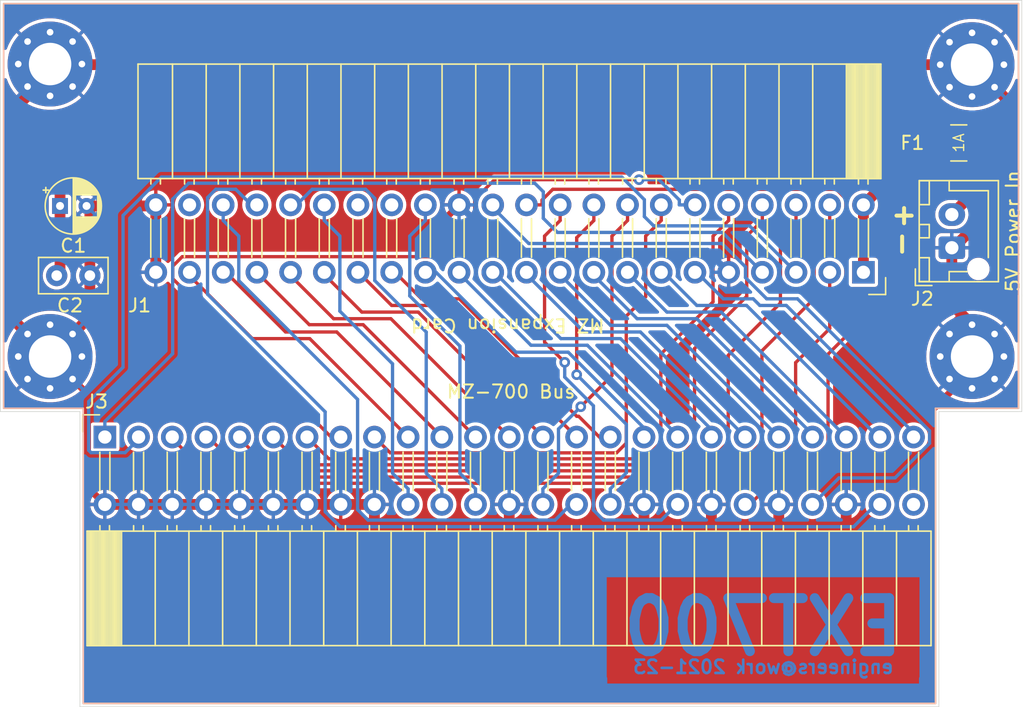
<source format=kicad_pcb>
(kicad_pcb (version 20221018) (generator pcbnew)
  (layers (0 "F.Cu" signal) (31 "B.Cu" signal) (34 "B.Paste" user) (35 "F.Paste" user) (36 "B.SilkS" user "B.Silkscreen") (37 "F.SilkS" user "F.Silkscreen") (38 "B.Mask" user) (39 "F.Mask" user) (44 "Edge.Cuts" user))
  (net 0 "")
  (net 1 "+5V")
  (net 2 "GNDPWR")
  (net 4 "/~{EXWAIT}")
  (net 5 "/~{INT}")
  (net 6 "/BUS0")
  (net 7 "/~{M1}")
  (net 8 "/~{WR}")
  (net 9 "/~{RD}")
  (net 10 "/~{IORQ}")
  (net 11 "/~{MREQ}")
  (net 12 "/~{HALT}")
  (net 15 "/RESET")
  (net 16 "/~{EXRESET}")
  (net 17 "/D3")
  (net 18 "/D4")
  (net 19 "/D5")
  (net 20 "/D6")
  (net 21 "/D7")
  (net 22 "/A0")
  (net 23 "/A1")
  (net 24 "/A2")
  (net 25 "/D2")
  (net 26 "/D1")
  (net 27 "/D0")
  (net 28 "/A15")
  (net 29 "/A14")
  (net 30 "/A13")
  (net 31 "/A12")
  (net 32 "/A11")
  (net 33 "/A10")
  (net 34 "/A9")
  (net 35 "/A8")
  (net 36 "/A7")
  (net 37 "/A6")
  (net 38 "/A5")
  (net 39 "/A4")
  (net 40 "/A3")
  (net 41 "Net-(J2-Pin_2)")
  (footprint "EXT700:EdgeCardConnector_2_54mm_44way" (layer "F.Cu") (at 158.5172 78.594 180)
    (fp_text reference "J1")
    (fp_text value "MZ Expansion Card")
  )
  (footprint "EXT700:EdgeCardConnector_2_54mm_50way" (layer "F.Cu") (at 162.4228 116.826)
    (fp_text reference "J3")
    (fp_text value "MZ-700 Bus")
  )
  (footprint "Capacitor_THT:CP_Radial_D4.0mm_P2.00mm" (layer "F.Cu") (at 128.5 86.5)
    (fp_text reference "C1")
    (fp_text value "4.7uF 50V" hide)
  )
  (footprint "Connector_JST:JST_XH_B2B-XH-AM_1x02_P2.50mm_Vertical" (layer "F.Cu") (at 195.725 89.65 90)
    (fp_text reference "J2")
    (fp_text value "5V Power In")
  )
  (footprint "MountingHole:MountingHole_3.2mm_M3_Pad_Via" (layer "F.Cu") (at 197.25 97.85)
    (fp_text reference "H2" hide)
    (fp_text value "MountingHole_Pad" hide)
  )
  (footprint "MountingHole:MountingHole_3.2mm_M3_Pad_Via" (layer "F.Cu") (at 127.75 75.8029)
    (fp_text reference "H3" hide)
    (fp_text value "MountingHole_Pad" hide)
  )
  (footprint "MountingHole:MountingHole_3.2mm_M3_Pad_Via" (layer "F.Cu") (at 197.25 75.85)
    (fp_text reference "H4" hide)
    (fp_text value "MountingHole_Pad" hide)
  )
  (footprint "Fuse:Fuse_1210_3225Metric_Pad1.42x2.65mm_HandSolder" (layer "F.Cu") (at 196.25 81.75)
    (fp_text reference "F1")
    (fp_text value "1A")
  )
  (footprint "MountingHole:MountingHole_3.2mm_M3_Pad_Via" (layer "F.Cu") (at 127.75 97.85)
    (fp_text reference "H1" hide)
    (fp_text value "MountingHole_Pad" hide)
  )
  (footprint "Capacitor_THT:C_Disc_D5.0mm_W2.5mm_P2.50mm" (layer "F.Cu") (at 128.25 91.75)
    (fp_text reference "C2")
    (fp_text value "100nF" hide)
  )
  (gr_line (start 124.25 71.25) (end 200.75 71.25) (stroke (width 0.12)) (layer "B.SilkS"))
  (gr_line (start 124.25 101.75) (end 124.25 71.25) (stroke (width 0.12)) (layer "B.SilkS"))
  (gr_line (start 130.25 101.75) (end 124.25 101.75) (stroke (width 0.12)) (layer "B.SilkS"))
  (gr_line (start 130.25 124) (end 130.25 101.75) (stroke (width 0.12)) (layer "B.SilkS"))
  (gr_line (start 200.75 71.25) (end 200.75 101.75) (stroke (width 0.12)) (layer "B.SilkS"))
  (gr_line (start 200.75 101.75) (end 194.5 101.75) (stroke (width 0.12)) (layer "B.SilkS"))
  (gr_line (start 194.5 101.75) (end 194.5 124) (stroke (width 0.12)) (layer "B.SilkS"))
  (gr_line (start 194.5 124) (end 130.25 124) (stroke (width 0.12)) (layer "B.SilkS"))
  (gr_line (start 194.5 101.75) (end 200.75 101.75) (stroke (width 0.12)) (layer "F.SilkS"))
  (gr_line (start 194.5 124) (end 194.5 101.75) (stroke (width 0.12)) (layer "F.SilkS"))
  (gr_line (start 130.25 101.75) (end 130.25 102) (stroke (width 0.12)) (layer "F.SilkS"))
  (gr_line (start 130.25 103.75) (end 130.25 124) (stroke (width 0.12)) (layer "F.SilkS"))
  (gr_line (start 200.75 71.25) (end 124.25 71.25) (stroke (width 0.12)) (layer "F.SilkS"))
  (gr_line (start 200.75 101.75) (end 200.75 93.25) (stroke (width 0.12)) (layer "F.SilkS"))
  (gr_line (start 124.25 71.25) (end 124.25 101.75) (stroke (width 0.12)) (layer "F.SilkS"))
  (gr_line (start 200.75 83.75) (end 200.75 71.25) (stroke (width 0.12)) (layer "F.SilkS"))
  (gr_line (start 124.25 101.75) (end 130.25 101.75) (stroke (width 0.12)) (layer "F.SilkS"))
  (gr_line (start 130.25 124) (end 194.5 124) (stroke (width 0.12)) (layer "F.SilkS"))
  (gr_line (start 201 93.25) (end 201 102) (stroke (width 0.05)) (layer "Edge.Cuts"))
  (gr_line (start 124 93.25) (end 124 71) (stroke (width 0.05)) (layer "Edge.Cuts"))
  (gr_line (start 124 71) (end 201 71) (stroke (width 0.05)) (layer "Edge.Cuts"))
  (gr_line (start 201 102) (end 194.75 102) (stroke (width 0.05)) (layer "Edge.Cuts"))
  (gr_line (start 124 102) (end 130 102) (stroke (width 0.05)) (layer "Edge.Cuts"))
  (gr_line (start 201 71) (end 201 93.25) (stroke (width 0.05)) (layer "Edge.Cuts"))
  (gr_line (start 130 102) (end 130 124.25) (stroke (width 0.05)) (layer "Edge.Cuts"))
  (gr_line (start 194.75 124.25) (end 130 124.25) (stroke (width 0.05)) (layer "Edge.Cuts"))
  (gr_line (start 194.75 102) (end 194.75 124.25) (stroke (width 0.05)) (layer "Edge.Cuts"))
  (gr_line (start 124 102) (end 124 93.25) (stroke (width 0.05)) (layer "Edge.Cuts"))
  (gr_text "engineers@work 2021-23" (at 181.5 121.25) (layer "B.Cu") (effects (font (size 1 1) (thickness 0.2)) (justify mirror)))
  (gr_text "EXT700" (at 181.5 118.25) (layer "B.Cu") (effects (font (size 4 3.8) (thickness 0.75)) (justify mirror)))
  (gr_text "-" (at 192.75 90.5 90) (layer "F.SilkS") (effects (font (size 1.5 1.5) (thickness 0.3) bold) (justify left bottom)))
  (gr_text "+" (at 191 88) (layer "F.SilkS") (effects (font (size 1.5 1.5) (thickness 0.3) bold) (justify left bottom)))
  (segment (start 128.5 91.5) (end 128.25 91.75) (width 0.8128) (layer "F.Cu") (net 1))
  (segment (start 131.25 81.75) (end 193.73 81.75) (width 0.8128) (layer "F.Cu") (net 1))
  (segment (start 128.5 86.5) (end 128.5 91.5) (width 0.8128) (layer "F.Cu") (net 1))
  (segment (start 189.06 86.42) (end 189.06 91.5) (width 0.8128) (layer "F.Cu") (net 1))
  (segment (start 193.73 81.75) (end 194.7625 81.75) (width 0.5) (layer "F.Cu") (net 1))
  (segment (start 193.73 81.75) (end 189.06 86.42) (width 0.8128) (layer "F.Cu") (net 1))
  (segment (start 128.5 86.5) (end 128.5 84.5) (width 0.8128) (layer "F.Cu") (net 1))
  (segment (start 128.5 84.5) (end 131.25 81.75) (width 0.8128) (layer "F.Cu") (net 1))
  (segment (start 195.45 75.85) (end 194.85 75.85) (width 0.8128) (layer "F.Cu") (net 2))
  (segment (start 127.75 100.25) (end 128.95 99.05) (width 0.5) (layer "F.Cu") (net 2))
  (segment (start 153.75 112.25) (end 161.5 112.25) (width 0.8128) (layer "F.Cu") (net 2))
  (segment (start 196.4875 94.6875) (end 195.725 93.925) (width 0.8128) (layer "F.Cu") (net 2))
  (segment (start 126.7559 73.4029) (end 126.053 74.1058) (width 0.5) (layer "F.Cu") (net 2))
  (segment (start 156.2743 88.7257) (end 158.58 86.42) (width 0.5) (layer "F.Cu") (net 2))
  (segment (start 144.58 109) (end 142.04 109) (width 0.8128) (layer "F.Cu") (net 2))
  (segment (start 129.4471 75.7) (end 129.4471 74.1058) (width 0.5) (layer "F.Cu") (net 2))
  (segment (start 134.42 109) (end 131.88 109) (width 0.8128) (layer "F.Cu") (net 2))
  (segment (start 163.25 112.25) (end 171 112.25) (width 0.8128) (layer "F.Cu") (net 2))
  (segment (start 125.35 97.85) (end 126.55 96.65) (width 0.5) (layer "F.Cu") (net 2))
  (segment (start 130.576 100.676) (end 129.4471 99.5471) (width 0.508) (layer "F.Cu") (net 2))
  (segment (start 135.72 91.5) (end 135.72 88.7257) (width 0.8128) (layer "F.Cu") (net 2))
  (segment (start 172.52 110.73) (end 172.52 110.77) (width 0.8128) (layer "F.Cu") (net 2))
  (segment (start 194.85 75.85) (end 130.1971 75.85) (width 0.8128) (layer "F.Cu") (net 2))
  (segment (start 127.797 75.85) (end 127.75 75.8029) (width 0.8128) (layer "F.Cu") (net 2))
  (segment (start 182.68 111.07) (end 182.68 111.18) (width 0.8128) (layer "F.Cu") (net 2))
  (segment (start 125 79.25) (end 126.8986 77.3514) (width 0.8128) (layer "F.Cu") (net 2))
  (segment (start 193.875 111.875) (end 194.25 111.5) (width 0.508) (layer "F.Cu") (net 2))
  (segment (start 196.4875 94.6875) (end 195.5529 95.6221) (width 0.5) (layer "F.Cu") (net 2))
  (segment (start 188.52 112.25) (end 187.76 111.49) (width 0.8128) (layer "F.Cu") (net 2))
  (segment (start 197.9072 99.5471) (end 197.25 98.8899) (width 0.5) (layer "F.Cu") (net 2))
  (segment (start 139.5 109) (end 136.96 109) (width 0.8128) (layer "F.Cu") (net 2))
  (segment (start 196.0729 100.0671) (end 196.57 99.57) (width 0.8128) (layer "F.Cu") (net 2))
  (segment (start 197.25 78.25) (end 198.45 77.05) (width 0.5) (layer "F.Cu") (net 2))
  (segment (start 125 95.1) (end 125 79.25) (width 0.8128) (layer "F.Cu") (net 2))
  (segment (start 176 112.25) (end 177.6 110.65) (width 0.8128) (layer "F.Cu") (net 2))
  (segment (start 162.36 111.39) (end 162.36 109) (width 0.8128) (layer "F.Cu") (net 2))
  (segment (start 126.053 74.1058) (end 126.0529 74.1058) (width 0.5) (layer "F.Cu") (net 2))
  (segment (start 130.1971 75.85) (end 129.5971 75.85) (width 0.8128) (layer "F.Cu") (net 2))
  (segment (start 181.5 112.25) (end 182.68 111.07) (width 0.8128) (layer "F.Cu") (net 2))
  (segment (start 127.75 97.85) (end 126.55 96.65) (width 0.8128) (layer "F.Cu") (net 2))
  (segment (start 128.9971 75.85) (end 129.4471 76.3) (width 0.5) (layer "F.Cu") (net 2))
  (segment (start 135.72 88.7257) (end 156.2743 88.7257) (width 0.5) (layer "F.Cu") (net 2))
  (segment (start 129.4471 99.5471) (end 128.95 99.05) (width 0.508) (layer "F.Cu") (net 2))
  (segment (start 194.25 101.89) (end 197.25 98.89) (width 0.508) (layer "F.Cu") (net 2))
  (segment (start 172.52 110.73) (end 172.52 109) (width 0.8128) (layer "F.Cu") (net 2))
  (segment (start 197.25 98.8899) (end 197.25 97.85) (width 0.8128) (layer "F.Cu") (net 2))
  (segment (start 130.75 91.75) (end 130.75 86.75) (width 0.8128) (layer "F.Cu") (net 2))
  (segment (start 182.68 111.18) (end 183.75 112.25) (width 0.8128) (layer "F.Cu") (net 2))
  (segment (start 195.45 75.85) (end 195.5529 75.9529) (width 0.5) (layer "F.Cu") (net 2))
  (segment (start 129.5971 75.85) (end 128.9971 75.85) (width 0.8128) (layer "F.Cu") (net 2))
  (segment (start 142.04 109) (end 139.5 109) (width 0.8128) (layer "F.Cu") (net 2))
  (segment (start 195.5529 75.9529) (end 195.5529 77.5471) (width 0.5) (layer "F.Cu") (net 2))
  (segment (start 197.25 100.25) (end 196.57 99.57) (width 0.5) (layer "F.Cu") (net 2))
  (segment (start 152.2 109) (end 152.2 110.7) (width 0.8128) (layer "F.Cu") (net 2))
  (segment (start 162.39 111.39) (end 163.25 112.25) (width 0.8128) (layer "F.Cu") (net 2))
  (segment (start 199.75 85.75) (end 199.75 78.35) (width 0.8128) (layer "F.Cu") (net 2))
  (segment (start 152.2 109) (end 149.66 109) (width 0.8128) (layer "F.Cu") (net 2))
  (segment (start 196.05 75.85) (end 195.45 75.85) (width 0.8128) (layer "F.Cu") (net 2))
  (segment (start 199.75 78.35) (end 198.9471 77.5471) (width 0.8128) (layer "F.Cu") (net 2))
  (segment (start 162.36 111.39) (end 162.39 111.39) (width 0.8128) (layer "F.Cu") (net 2))
  (segment (start 135.64 86.5) (end 135.72 86.42) (width 0.8128) (layer "F.Cu") (net 2))
  (segment (start 126.8986 77.3515) (end 126.8986 77.3514) (width 0.5) (layer "F.Cu") (net 2))
  (segment (start 128.9971 75.85) (end 127.797 75.85) (width 0.8128) (layer "F.Cu") (net 2))
  (segment (start 126.9015 76.6514) (end 126.053 75.8029) (width 0.5) (layer "F.Cu") (net 2))
  (segment (start 129.5971 75.85) (end 129.4471 75.7) (width 0.5) (layer "F.Cu") (net 2))
  (segment (start 195.5529 99.5471) (end 196.0729 100.0671) (width 0.5) (layer "F.Cu") (net 2))
  (segment (start 130.75 94.85) (end 129.4471 96.1529) (width 0.8128) (layer "F.Cu") (net 2))
  (segment (start 130.75 91.75) (end 130.75 94.85) (width 0.8128) (layer "F.Cu") (net 2))
  (segment (start 198.45 77.05) (end 197.25 75.85) (width 0.8128) (layer "F.Cu") (net 2))
  (segment (start 147.12 109) (end 144.58 109) (width 0.8128) (layer "F.Cu") (net 2))
  (segment (start 196.05 75.85) (end 195.5529 75.3529) (width 0.5) (layer "F.Cu") (net 2))
  (segment (start 127.75 95.45) (end 126.55 96.65) (width 0.5) (layer "F.Cu") (net 2))
  (segment (start 197.25 98.89) (end 197.25 97.85) (width 0.508) (layer "F.Cu") (net 2))
  (segment (start 171 112.25) (end 172.52 110.73) (width 0.8128) (layer "F.Cu") (net 2))
  (segment (start 197.25 75.85) (end 196.05 75.85) (width 0.8128) (layer "F.Cu") (net 2))
  (segment (start 172.52 110.77) (end 174 112.25) (width 0.8128) (layer "F.Cu") (net 2))
  (segment (start 187 112.25) (end 187.76 111.49) (width 0.8128) (layer "F.Cu") (net 2))
  (segment (start 161.5 112.25) (end 162.36 111.39) (width 0.8128) (layer "F.Cu") (net 2))
  (segment (start 196.2558 73.45) (end 195.5529 74.1529) (width 0.5) (layer "F.Cu") (net 2))
  (segment (start 195.5529 95.6221) (end 195.5529 96.1529) (width 0.5) (layer "F.Cu") (net 2))
  (segment (start 193.5 112.25) (end 188.52 112.25) (width 0.8128) (layer "F.Cu") (net 2))
  (segment (start 127.75 78.2029) (end 126.8986 77.3515) (width 0.5) (layer "F.Cu") (net 2))
  (segment (start 131.88 109) (end 130.576 107.696) (width 0.508) (layer "F.Cu") (net 2))
  (segment (start 183.75 112.25) (end 187 112.25) (width 0.8128) (layer "F.Cu") (net 2))
  (segment (start 126.9015 76.6514) (end 127.75 75.8029) (width 0.8128) (layer "F.Cu") (net 2))
  (segment (start 177.6 110.65) (end 177.6 109) (width 0.8128) (layer "F.Cu") (net 2))
  (segment (start 126.55 96.65) (end 126.0529 96.1529) (width 0.8128) (layer "F.Cu") (net 2))
  (segment (start 126.053 75.8029) (end 125.35 75.8029) (width 0.5) (layer "F.Cu") (net 2))
  (segment (start 127.75 76.5) (end 127.75 75.8029) (width 0.8128) (layer "F.Cu") (net 2))
  (segment (start 197.25 95.45) (end 196.4875 94.6875) (width 0.8128) (layer "F.Cu") (net 2))
  (segment (start 195.725 93.925) (end 195.725 89.65) (width 0.8128) (layer "F.Cu") (net 2))
  (segment (start 198.9471 99.5471) (end 197.9072 99.5471) (width 0.5) (layer "F.Cu") (net 2))
  (segment (start 174 112.25) (end 176 112.25) (width 0.8128) (layer "F.Cu") (net 2))
  (segment (start 194.25 111.5) (end 194.25 101.89) (width 0.508) (layer "F.Cu") (net 2))
  (segment (start 187.76 111.49) (end 187.76 109) (width 0.8128) (layer "F.Cu") (net 2))
  (segment (start 195.85 89.65) (end 199.75 85.75) (width 0.8128) (layer "F.Cu") (net 2))
  (segment (start 196.57 99.57) (end 197.25 98.8899) (width 0.8128) (layer "F.Cu") (net 2))
  (segment (start 136.96 109) (end 134.42 109) (width 0.8128) (layer "F.Cu") (net 2))
  (segment (start 195.725 89.65) (end 195.85 89.65) (width 0.8128) (layer "F.Cu") (net 2))
  (segment (start 135.72 88.7257) (end 135.72 86.42) (width 0.8128) (layer "F.Cu") (net 2))
  (segment (start 198.9471 77.5471) (end 198.45 77.05) (width 0.8128) (layer "F.Cu") (net 2))
  (segment (start 130.5 86.5) (end 135.64 86.5) (width 0.8128) (layer "F.Cu") (net 2))
  (segment (start 130.576 107.696) (end 130.576 100.676) (width 0.508) (layer "F.Cu") (net 2))
  (segment (start 130.75 86.75) (end 130.5 86.5) (width 0.8128) (layer "F.Cu") (net 2))
  (segment (start 126.8986 77.3514) (end 127.75 76.5) (width 0.8128) (layer "F.Cu") (net 2))
  (segment (start 126.053 74.1058) (end 126.053 75.8029) (width 0.5) (layer "F.Cu") (net 2))
  (segment (start 182.68 111.07) (end 182.68 109) (width 0.8128) (layer "F.Cu") (net 2))
  (segment (start 127.75 73.4029) (end 126.7559 73.4029) (width 0.5) (layer "F.Cu") (net 2))
  (segment (start 149.66 109) (end 147.12 109) (width 0.8128) (layer "F.Cu") (net 2))
  (segment (start 193.875 111.875) (end 193.5 112.25) (width 0.8128) (layer "F.Cu") (net 2))
  (segment (start 179.2 112.25) (end 181.5 112.25) (width 0.8128) (layer "F.Cu") (net 2))
  (segment (start 177.6 110.65) (end 179.2 112.25) (width 0.8128) (layer "F.Cu") (net 2))
  (segment (start 197.25 73.45) (end 196.2558 73.45) (width 0.5) (layer "F.Cu") (net 2))
  (segment (start 129.4471 96.1529) (end 127.75 97.85) (width 0.8128) (layer "F.Cu") (net 2))
  (segment (start 152.2 110.7) (end 153.75 112.25) (width 0.8128) (layer "F.Cu") (net 2))
  (segment (start 130.1971 75.85) (end 130.15 75.8029) (width 0.5) (layer "F.Cu") (net 2))
  (segment (start 128.95 99.05) (end 127.75 97.85) (width 0.508) (layer "F.Cu") (net 2))
  (segment (start 126.0529 96.1529) (end 125 95.1) (width 0.8128) (layer "F.Cu") (net 2))
  (segment (start 129.4471 76.3) (end 129.4471 77.5) (width 0.5) (layer "F.Cu") (net 2))
  (segment (start 195.5529 75.3529) (end 195.5529 74.1529) (width 0.5) (layer "F.Cu") (net 2))
  (segment (start 158.58 86.42) (end 162.0659 89.9059) (width 0.5) (layer "B.Cu") (net 2))
  (segment (start 194.85 96.8558) (end 194.85 97.85) (width 0.5) (layer "B.Cu") (net 2))
  (segment (start 199.65 97.85) (end 198.9471 97.1471) (width 0.5) (layer "B.Cu") (net 2))
  (segment (start 198.9471 75.1471) (end 198.9471 74.1529) (width 0.5) (layer "B.Cu") (net 2))
  (segment (start 198.9471 77.5471) (end 199.65 76.8442) (width 0.5) (layer "B.Cu") (net 2))
  (segment (start 125.35 97.85) (end 126.0529 98.5529) (width 0.5) (layer "B.Cu") (net 2))
  (segment (start 162.0659 89.9059) (end 177.3059 89.9059) (width 0.5) (layer "B.Cu") (net 2))
  (segment (start 199.65 98.8442) (end 199.65 97.85) (width 0.5) (layer "B.Cu") (net 2))
  (segment (start 199.65 75.85) (end 198.9471 75.1471) (width 0.5) (layer "B.Cu") (net 2))
  (segment (start 198.9471 97.1471) (end 198.9471 96.1529) (width 0.5) (layer "B.Cu") (net 2))
  (segment (start 130.15 97.85) (end 129.4471 97.1471) (width 0.5) (layer "B.Cu") (net 2))
  (segment (start 199.65 76.8442) (end 199.65 75.85) (width 0.5) (layer "B.Cu") (net 2))
  (segment (start 195.5529 96.1529) (end 194.85 96.8558) (width 0.5) (layer "B.Cu") (net 2))
  (segment (start 126.0529 98.5529) (end 126.0529 99.5471) (width 0.5) (layer "B.Cu") (net 2))
  (segment (start 129.4471 97.1471) (end 129.4471 96.1529) (width 0.5) (layer "B.Cu") (net 2))
  (segment (start 177.3059 89.9059) (end 178.9 91.5) (width 0.5) (layer "B.Cu") (net 2))
  (segment (start 198.9471 99.5471) (end 199.65 98.8442) (width 0.5) (layer "B.Cu") (net 2))
  (segment (start 167 109) (end 165.8192 110.1808) (width 0.25) (layer "B.Cu") (net 4))
  (segment (start 150.93 109.3924) (end 150.93 101.0833) (width 0.25) (layer "B.Cu") (net 4))
  (segment (start 141.9753 92.1286) (end 141.9753 88.7706) (width 0.25) (layer "B.Cu") (net 4))
  (segment (start 151.7184 110.1808) (end 150.93 109.3924) (width 0.25) (layer "B.Cu") (net 4))
  (segment (start 167.44 109) (end 167 109) (width 0.25) (layer "B.Cu") (net 4))
  (segment (start 140.8 87.5953) (end 140.8 86.42) (width 0.25) (layer "B.Cu") (net 4))
  (segment (start 165.8192 110.1808) (end 151.7184 110.1808) (width 0.25) (layer "B.Cu") (net 4))
  (segment (start 141.9753 88.7706) (end 140.8 87.5953) (width 0.25) (layer "B.Cu") (net 4))
  (segment (start 150.93 101.0833) (end 141.9753 92.1286) (width 0.25) (layer "B.Cu") (net 4))
  (segment (start 148.4846 102.0194) (end 139.6195 93.1543) (width 0.25) (layer "B.Cu") (net 5))
  (segment (start 148.4846 109.5463) (end 148.4846 102.0194) (width 0.25) (layer "B.Cu") (net 5))
  (segment (start 190 109) (end 188.3213 110.6787) (width 0.25) (layer "B.Cu") (net 5))
  (segment (start 142.92 86.42) (end 143.34 86.42) (width 0.25) (layer "B.Cu") (net 5))
  (segment (start 139.6195 93.1543) (end 139.6195 85.8712) (width 0.25) (layer "B.Cu") (net 5))
  (segment (start 190.3 109) (end 190 109) (width 0.25) (layer "B.Cu") (net 5))
  (segment (start 188.3213 110.6787) (end 149.617 110.6787) (width 0.25) (layer "B.Cu") (net 5))
  (segment (start 149.617 110.6787) (end 148.4846 109.5463) (width 0.25) (layer "B.Cu") (net 5))
  (segment (start 140.246 85.2447) (end 141.7447 85.2447) (width 0.25) (layer "B.Cu") (net 5))
  (segment (start 141.7447 85.2447) (end 142.92 86.42) (width 0.25) (layer "B.Cu") (net 5))
  (segment (start 139.6195 85.8712) (end 140.246 85.2447) (width 0.25) (layer "B.Cu") (net 5))
  (segment (start 170.4521 105.111) (end 171.184 104.3791) (width 0.25) (layer "F.Cu") (net 6))
  (segment (start 171.184 94.8014) (end 172.6447 93.3407) (width 0.25) (layer "F.Cu") (net 6))
  (segment (start 172.6447 93.3407) (end 172.6447 88.7706) (width 0.25) (layer "F.Cu") (net 6))
  (segment (start 173.82 86.42) (end 173.82 87.5953) (width 0.25) (layer "F.Cu") (net 6))
  (segment (start 152.2 103.92) (end 153.391 105.111) (width 0.25) (layer "F.Cu") (net 6))
  (segment (start 153.391 105.111) (end 170.4521 105.111) (width 0.25) (layer "F.Cu") (net 6))
  (segment (start 172.6447 88.7706) (end 173.82 87.5953) (width 0.25) (layer "F.Cu") (net 6))
  (segment (start 171.184 104.3791) (end 171.184 94.8014) (width 0.25) (layer "F.Cu") (net 6))
  (segment (start 170.1047 99.2814) (end 170.1047 88.7706) (width 0.25) (layer "F.Cu") (net 7))
  (segment (start 171.28 86.42) (end 171.28 87.5953) (width 0.25) (layer "F.Cu") (net 7))
  (segment (start 170.1047 88.7706) (end 171.28 87.5953) (width 0.25) (layer "F.Cu") (net 7))
  (segment (start 167.7526 101.6335) (end 170.1047 99.2814) (width 0.25) (layer "F.Cu") (net 7))
  (via (at 167.7526 101.6335) (size 0.8) (drill 0.4) (layers "F.Cu" "B.Cu") (net 7))
  (segment (start 166.0753 103.3108) (end 167.7526 101.6335) (width 0.25) (layer "B.Cu") (net 7))
  (segment (start 166.0753 106.6494) (end 166.0753 103.3108) (width 0.25) (layer "B.Cu") (net 7))
  (segment (start 164.9 109) (end 164.9 107.8247) (width 0.25) (layer "B.Cu") (net 7))
  (segment (start 164.9 107.8247) (end 166.0753 106.6494) (width 0.25) (layer "B.Cu") (net 7))
  (segment (start 168.74 87.5953) (end 167.4474 88.8879) (width 0.25) (layer "F.Cu") (net 8))
  (segment (start 167.4474 88.8879) (end 167.4474 99.2177) (width 0.25) (layer "F.Cu") (net 8))
  (segment (start 168.74 86.42) (end 168.74 87.5953) (width 0.25) (layer "F.Cu") (net 8))
  (via (at 167.4474 99.2177) (size 0.8) (drill 0.4) (layers "F.Cu" "B.Cu") (net 8))
  (segment (start 171.1937 102.964) (end 167.4474 99.2177) (width 0.25) (layer "B.Cu") (net 8))
  (segment (start 169.98 107.8247) (end 171.1937 106.611) (width 0.25) (layer "B.Cu") (net 8))
  (segment (start 169.98 109) (end 169.98 107.8247) (width 0.25) (layer "B.Cu") (net 8))
  (segment (start 171.1937 106.611) (end 171.1937 102.964) (width 0.25) (layer "B.Cu") (net 8))
  (segment (start 165.0247 88.7706) (end 166.2 87.5953) (width 0.25) (layer "F.Cu") (net 9))
  (segment (start 166.5441 98.2865) (end 165.0247 96.7671) (width 0.25) (layer "F.Cu") (net 9))
  (segment (start 166.2 86.42) (end 166.2 87.5953) (width 0.25) (layer "F.Cu") (net 9))
  (segment (start 165.0247 96.7671) (end 165.0247 88.7706) (width 0.25) (layer "F.Cu") (net 9))
  (via (at 166.5441 98.2865) (size 0.8) (drill 0.4) (layers "F.Cu" "B.Cu") (net 9))
  (segment (start 173.8218 110.1782) (end 169.4614 110.1782) (width 0.25) (layer "B.Cu") (net 9))
  (segment (start 166.5441 99.3992) (end 166.5441 98.2865) (width 0.25) (layer "B.Cu") (net 9))
  (segment (start 168.71 109.4268) (end 168.71 101.5651) (width 0.25) (layer "B.Cu") (net 9))
  (segment (start 175.06 109) (end 175 109) (width 0.25) (layer "B.Cu") (net 9))
  (segment (start 168.71 101.5651) (end 166.5441 99.3992) (width 0.25) (layer "B.Cu") (net 9))
  (segment (start 175 109) (end 173.8218 110.1782) (width 0.25) (layer "B.Cu") (net 9))
  (segment (start 169.4614 110.1782) (end 168.71 109.4268) (width 0.25) (layer "B.Cu") (net 9))
  (segment (start 180.14 109) (end 180.5 109) (width 0.25) (layer "F.Cu") (net 10))
  (segment (start 164.8353 86.42) (end 163.66 86.42) (width 0.25) (layer "F.Cu") (net 10))
  (segment (start 187.0146 85.2447) (end 165.6432 85.2447) (width 0.25) (layer "F.Cu") (net 10))
  (segment (start 186.3954 97.6692) (end 187.736 96.3286) (width 0.25) (layer "F.Cu") (net 10))
  (segment (start 164.8353 86.0526) (end 164.8353 86.42) (width 0.25) (layer "F.Cu") (net 10))
  (segment (start 183.5984 107.25) (end 186.3954 104.453) (width 0.25) (layer "F.Cu") (net 10))
  (segment (start 187.736 85.9661) (end 187.0146 85.2447) (width 0.25) (layer "F.Cu") (net 10))
  (segment (start 186.3954 104.453) (end 186.3954 97.6692) (width 0.25) (layer "F.Cu") (net 10))
  (segment (start 187.736 96.3286) (end 187.736 85.9661) (width 0.25) (layer "F.Cu") (net 10))
  (segment (start 180.5 109) (end 182.25 107.25) (width 0.25) (layer "F.Cu") (net 10))
  (segment (start 165.6432 85.2447) (end 164.8353 86.0526) (width 0.25) (layer "F.Cu") (net 10))
  (segment (start 182.25 107.25) (end 183.5984 107.25) (width 0.25) (layer "F.Cu") (net 10))
  (segment (start 163.8306 89.3306) (end 178.4088 89.3306) (width 0.25) (layer "B.Cu") (net 11))
  (segment (start 194.0462 103.4531) (end 194.0462 104.3982) (width 0.25) (layer "B.Cu") (net 11))
  (segment (start 187.22 107) (end 185.22 109) (width 0.25) (layer "B.Cu") (net 11))
  (segment (start 184.0931 93.5) (end 194.0462 103.4531) (width 0.25) (layer "B.Cu") (net 11))
  (segment (start 161.12 86.42) (end 161.12 86.62) (width 0.25) (layer "B.Cu") (net 11))
  (segment (start 181.7692 93.5) (end 184.0931 93.5) (width 0.25) (layer "B.Cu") (net 11))
  (segment (start 161.12 86.62) (end 163.8306 89.3306) (width 0.25) (layer "B.Cu") (net 11))
  (segment (start 191.4444 107) (end 187.22 107) (width 0.25) (layer "B.Cu") (net 11))
  (segment (start 180.17 91.9008) (end 181.7692 93.5) (width 0.25) (layer "B.Cu") (net 11))
  (segment (start 180.17 91.0918) (end 180.17 91.9008) (width 0.25) (layer "B.Cu") (net 11))
  (segment (start 194.0462 104.3982) (end 191.4444 107) (width 0.25) (layer "B.Cu") (net 11))
  (segment (start 178.4088 89.3306) (end 180.17 91.0918) (width 0.25) (layer "B.Cu") (net 11))
  (segment (start 156.04 86.42) (end 156.04 87.5953) (width 0.25) (layer "B.Cu") (net 12))
  (segment (start 159.82 109) (end 159.82 107.8247) (width 0.25) (layer "B.Cu") (net 12))
  (segment (start 158.6447 106.6494) (end 158.6447 97.0628) (width 0.25) (layer "B.Cu") (net 12))
  (segment (start 154.8647 93.2828) (end 154.8647 88.7706) (width 0.25) (layer "B.Cu") (net 12))
  (segment (start 154.8647 88.7706) (end 156.04 87.5953) (width 0.25) (layer "B.Cu") (net 12))
  (segment (start 158.6447 97.0628) (end 154.8647 93.2828) (width 0.25) (layer "B.Cu") (net 12))
  (segment (start 159.82 107.8247) (end 158.6447 106.6494) (width 0.25) (layer "B.Cu") (net 12))
  (segment (start 153.5647 106.6494) (end 154.74 107.8247) (width 0.25) (layer "B.Cu") (net 15))
  (segment (start 153.5647 98.3999) (end 153.5647 106.6494) (width 0.25) (layer "B.Cu") (net 15))
  (segment (start 149.5953 94.4305) (end 153.5647 98.3999) (width 0.25) (layer "B.Cu") (net 15))
  (segment (start 148.42 87.5953) (end 149.5953 88.7706) (width 0.25) (layer "B.Cu") (net 15))
  (segment (start 148.42 86.42) (end 148.42 87.5953) (width 0.25) (layer "B.Cu") (net 15))
  (segment (start 149.5953 88.7706) (end 149.5953 94.4305) (width 0.25) (layer "B.Cu") (net 15))
  (segment (start 154.74 109) (end 154.74 107.8247) (width 0.25) (layer "B.Cu") (net 15))
  (segment (start 156.1047 106.6494) (end 156.1047 96.0049) (width 0.25) (layer "B.Cu") (net 16))
  (segment (start 146.33 86.42) (end 145.88 86.42) (width 0.25) (layer "B.Cu") (net 16))
  (segment (start 152.2258 92.126) (end 152.2258 85.9328) (width 0.25) (layer "B.Cu") (net 16))
  (segment (start 152.2258 85.9328) (end 151.5377 85.2447) (width 0.25) (layer "B.Cu") (net 16))
  (segment (start 157.28 107.8247) (end 156.1047 106.6494) (width 0.25) (layer "B.Cu") (net 16))
  (segment (start 147.5053 85.2447) (end 146.33 86.42) (width 0.25) (layer "B.Cu") (net 16))
  (segment (start 151.5377 85.2447) (end 147.5053 85.2447) (width 0.25) (layer "B.Cu") (net 16))
  (segment (start 156.1047 96.0049) (end 152.2258 92.126) (width 0.25) (layer "B.Cu") (net 16))
  (segment (start 157.28 109) (end 157.28 107.8247) (width 0.25) (layer "B.Cu") (net 16))
  (segment (start 178.7913 106.9352) (end 181.41 104.3165) (width 0.25) (layer "F.Cu") (net 17))
  (segment (start 185.3447 93.4858) (end 185.3447 88.7706) (width 0.25) (layer "F.Cu") (net 17))
  (segment (start 181.41 104.3165) (end 181.41 97.4205) (width 0.25) (layer "F.Cu") (net 17))
  (segment (start 185.3447 88.7706) (end 186.52 87.5953) (width 0.25) (layer "F.Cu") (net 17))
  (segment (start 186.52 87.5953) (end 186.52 86.42) (width 0.25) (layer "F.Cu") (net 17))
  (segment (start 142.6852 106.9352) (end 178.7913 106.9352) (width 0.25) (layer "F.Cu") (net 17))
  (segment (start 181.41 97.4205) (end 185.3447 93.4858) (width 0.25) (layer "F.Cu") (net 17))
  (segment (start 139.5 103.92) (end 139.67 103.92) (width 0.25) (layer "F.Cu") (net 17))
  (segment (start 139.67 103.92) (end 142.6852 106.9352) (width 0.25) (layer "F.Cu") (net 17))
  (segment (start 178.87 104.3172) (end 178.87 97.7532) (width 0.25) (layer "F.Cu") (net 18))
  (segment (start 176.7229 106.4643) (end 178.87 104.3172) (width 0.25) (layer "F.Cu") (net 18))
  (segment (start 144.4643 106.4643) (end 176.7229 106.4643) (width 0.25) (layer "F.Cu") (net 18))
  (segment (start 178.87 97.7532) (end 182.8047 93.8185) (width 0.25) (layer "F.Cu") (net 18))
  (segment (start 142.04 103.92) (end 142.04 104.04) (width 0.25) (layer "F.Cu") (net 18))
  (segment (start 142.04 104.04) (end 144.4643 106.4643) (width 0.25) (layer "F.Cu") (net 18))
  (segment (start 183.98 87.5953) (end 183.98 86.42) (width 0.25) (layer "F.Cu") (net 18))
  (segment (start 182.8047 88.7706) (end 183.98 87.5953) (width 0.25) (layer "F.Cu") (net 18))
  (segment (start 182.8047 93.8185) (end 182.8047 88.7706) (width 0.25) (layer "F.Cu") (net 18))
  (segment (start 146.6719 106.0119) (end 174.6378 106.0119) (width 0.25) (layer "F.Cu") (net 19))
  (segment (start 180.2647 88.7706) (end 181.44 87.5953) (width 0.25) (layer "F.Cu") (net 19))
  (segment (start 176.33 104.3197) (end 176.33 97.2452) (width 0.25) (layer "F.Cu") (net 19))
  (segment (start 174.6378 106.0119) (end 176.33 104.3197) (width 0.25) (layer "F.Cu") (net 19))
  (segment (start 181.44 87.5953) (end 181.44 86.42) (width 0.25) (layer "F.Cu") (net 19))
  (segment (start 144.58 103.92) (end 146.6719 106.0119) (width 0.25) (layer "F.Cu") (net 19))
  (segment (start 176.33 97.2452) (end 180.2647 93.3105) (width 0.25) (layer "F.Cu") (net 19))
  (segment (start 180.2647 93.3105) (end 180.2647 88.7706) (width 0.25) (layer "F.Cu") (net 19))
  (segment (start 178.9 87.5953) (end 178.9 86.42) (width 0.25) (layer "F.Cu") (net 20))
  (segment (start 147.12 103.92) (end 148.7615 105.5615) (width 0.25) (layer "F.Cu") (net 20))
  (segment (start 173.79 97.6656) (end 177.7247 93.7309) (width 0.25) (layer "F.Cu") (net 20))
  (segment (start 148.7615 105.5615) (end 172.5471 105.5615) (width 0.25) (layer "F.Cu") (net 20))
  (segment (start 177.7247 93.7309) (end 177.7247 88.7706) (width 0.25) (layer "F.Cu") (net 20))
  (segment (start 172.5471 105.5615) (end 173.79 104.3186) (width 0.25) (layer "F.Cu") (net 20))
  (segment (start 177.7247 88.7706) (end 178.9 87.5953) (width 0.25) (layer "F.Cu") (net 20))
  (segment (start 173.79 104.3186) (end 173.79 97.6656) (width 0.25) (layer "F.Cu") (net 20))
  (segment (start 148.935 103.92) (end 137 91.985) (width 0.25) (layer "F.Cu") (net 21))
  (segment (start 137 91.985) (end 137 91.0366) (width 0.25) (layer "F.Cu") (net 21))
  (segment (start 137 91.0366) (end 137.712 90.3246) (width 0.25) (layer "F.Cu") (net 21))
  (segment (start 159.7554 86.9163) (end 159.7554 86.0134) (width 0.25) (layer "F.Cu") (net 21))
  (segment (start 161.2496 84.5192) (end 172.15 84.5192) (width 0.25) (layer "F.Cu") (net 21))
  (segment (start 149.66 103.92) (end 148.935 103.92) (width 0.25) (layer "F.Cu") (net 21))
  (segment (start 156.3471 90.3246) (end 159.7554 86.9163) (width 0.25) (layer "F.Cu") (net 21))
  (segment (start 137.712 90.3246) (end 156.3471 90.3246) (width 0.25) (layer "F.Cu") (net 21))
  (segment (start 159.7554 86.0134) (end 161.2496 84.5192) (width 0.25) (layer "F.Cu") (net 21))
  (via (at 172.15 84.5192) (size 0.8) (drill 0.4) (layers "F.Cu" "B.Cu") (net 21))
  (segment (start 176.36 86.42) (end 175.1847 86.42) (width 0.25) (layer "B.Cu") (net 21))
  (segment (start 173.6513 84.5192) (end 172.15 84.5192) (width 0.25) (layer "B.Cu") (net 21))
  (segment (start 175.1847 86.0526) (end 173.6513 84.5192) (width 0.25) (layer "B.Cu") (net 21))
  (segment (start 175.1847 86.42) (end 175.1847 86.0526) (width 0.25) (layer "B.Cu") (net 21))
  (segment (start 154.74 103.92) (end 147.32 96.5) (width 0.25) (layer "F.Cu") (net 22))
  (segment (start 143 96.5) (end 138.26 91.76) (width 0.25) (layer "F.Cu") (net 22))
  (segment (start 147.32 96.5) (end 143 96.5) (width 0.25) (layer "F.Cu") (net 22))
  (segment (start 138.26 91.76) (end 138.26 91.5) (width 0.25) (layer "F.Cu") (net 22))
  (segment (start 145.5 96) (end 141 91.5) (width 0.25) (layer "F.Cu") (net 23))
  (segment (start 149.36 96) (end 145.5 96) (width 0.25) (layer "F.Cu") (net 23))
  (segment (start 157.28 103.92) (end 149.36 96) (width 0.25) (layer "F.Cu") (net 23))
  (segment (start 141 91.5) (end 140.8 91.5) (width 0.25) (layer "F.Cu") (net 23))
  (segment (start 151.35 95.45) (end 147.29 95.45) (width 0.25) (layer "F.Cu") (net 24))
  (segment (start 159.82 103.92) (end 151.35 95.45) (width 0.25) (layer "F.Cu") (net 24))
  (segment (start 147.29 95.45) (end 143.34 91.5) (width 0.25) (layer "F.Cu") (net 24))
  (segment (start 180.879 107.4051) (end 183.95 104.3341) (width 0.25) (layer "F.Cu") (net 25))
  (segment (start 186.52 95.7411) (end 186.52 91.5) (width 0.25) (layer "F.Cu") (net 25))
  (segment (start 140.3291 107.4051) (end 180.879 107.4051) (width 0.25) (layer "F.Cu") (net 25))
  (segment (start 183.95 98.3111) (end 186.52 95.7411) (width 0.25) (layer "F.Cu") (net 25))
  (segment (start 183.95 104.3341) (end 183.95 98.3111) (width 0.25) (layer "F.Cu") (net 25))
  (segment (start 136.96 103.92) (end 136.96 104.036) (width 0.25) (layer "F.Cu") (net 25))
  (segment (start 136.96 104.036) (end 140.3291 107.4051) (width 0.25) (layer "F.Cu") (net 25))
  (segment (start 133.25 87.2164) (end 136.1476 84.3188) (width 0.25) (layer "B.Cu") (net 26))
  (segment (start 134.42 103.92) (end 134.42 104.08) (width 0.25) (layer "B.Cu") (net 26))
  (segment (start 172.55 87.3) (end 173.25 88) (width 0.25) (layer "B.Cu") (net 26))
  (segment (start 172.55 86.0277) (end 172.55 87.3) (width 0.25) (layer "B.Cu") (net 26))
  (segment (start 134.42 104.08) (end 133.4046 105.0954) (width 0.25) (layer "B.Cu") (net 26))
  (segment (start 173.25 88) (end 180.48 88) (width 0.25) (layer "B.Cu") (net 26))
  (segment (start 130.8374 105.0954) (end 130.6597 104.9177) (width 0.25) (layer "B.Cu") (net 26))
  (segment (start 130.6597 101.2475) (end 133.25 98.6572) (width 0.25) (layer "B.Cu") (net 26))
  (segment (start 170.8411 84.3188) (end 172.55 86.0277) (width 0.25) (layer "B.Cu") (net 26))
  (segment (start 133.4046 105.0954) (end 130.8374 105.0954) (width 0.25) (layer "B.Cu") (net 26))
  (segment (start 136.1476 84.3188) (end 170.8411 84.3188) (width 0.25) (layer "B.Cu") (net 26))
  (segment (start 130.6597 104.9177) (end 130.6597 101.2475) (width 0.25) (layer "B.Cu") (net 26))
  (segment (start 133.25 98.6572) (end 133.25 87.2164) (width 0.25) (layer "B.Cu") (net 26))
  (segment (start 180.48 88) (end 183.98 91.5) (width 0.25) (layer "B.Cu") (net 26))
  (segment (start 136.99 85.9856) (end 138.1898 84.7858) (width 0.25) (layer "B.Cu") (net 27))
  (segment (start 136.99 97.6347) (end 136.99 85.9856) (width 0.25) (layer "B.Cu") (net 27))
  (segment (start 178.436 88.496) (end 181.44 91.5) (width 0.25) (layer "B.Cu") (net 27))
  (segment (start 165.996 88.496) (end 178.436 88.496) (width 0.25) (layer "B.Cu") (net 27))
  (segment (start 164.93 85.43) (end 164.93 87.43) (width 0.25) (layer "B.Cu") (net 27))
  (segment (start 138.1898 84.7858) (end 164.2858 84.7858) (width 0.25) (layer "B.Cu") (net 27))
  (segment (start 164.2858 84.7858) (end 164.93 85.43) (width 0.25) (layer "B.Cu") (net 27))
  (segment (start 131.88 103.92) (end 131.88 102.7447) (width 0.25) (layer "B.Cu") (net 27))
  (segment (start 131.88 102.7447) (end 136.99 97.6347) (width 0.25) (layer "B.Cu") (net 27))
  (segment (start 164.93 87.43) (end 165.996 88.496) (width 0.25) (layer "B.Cu") (net 27))
  (segment (start 181.25 94) (end 180.75 93.5) (width 0.25) (layer "B.Cu") (net 28))
  (segment (start 183.25 94) (end 181.25 94) (width 0.25) (layer "B.Cu") (net 28))
  (segment (start 178.5 93.5) (end 176.5 91.5) (width 0.25) (layer "B.Cu") (net 28))
  (segment (start 176.5 91.5) (end 176.36 91.5) (width 0.25) (layer "B.Cu") (net 28))
  (segment (start 192.84 103.59) (end 183.25 94) (width 0.25) (layer "B.Cu") (net 28))
  (segment (start 180.75 93.5) (end 178.5 93.5) (width 0.25) (layer "B.Cu") (net 28))
  (segment (start 192.84 103.92) (end 192.84 103.59) (width 0.25) (layer "B.Cu") (net 28))
  (segment (start 180.25 94) (end 190.17 103.92) (width 0.25) (layer "B.Cu") (net 29))
  (segment (start 173.82 91.5) (end 174 91.5) (width 0.25) (layer "B.Cu") (net 29))
  (segment (start 190.17 103.92) (end 190.3 103.92) (width 0.25) (layer "B.Cu") (net 29))
  (segment (start 174 91.5) (end 176.5 94) (width 0.25) (layer "B.Cu") (net 29))
  (segment (start 176.5 94) (end 180.25 94) (width 0.25) (layer "B.Cu") (net 29))
  (segment (start 178.34 94.5) (end 174.25 94.5) (width 0.25) (layer "B.Cu") (net 30))
  (segment (start 171.28 91.53) (end 171.28 91.5) (width 0.25) (layer "B.Cu") (net 30))
  (segment (start 187.76 103.92) (end 178.34 94.5) (width 0.25) (layer "B.Cu") (net 30))
  (segment (start 174.25 94.5) (end 171.28 91.53) (width 0.25) (layer "B.Cu") (net 30))
  (segment (start 185.22 103.72) (end 176.5 95) (width 0.25) (layer "B.Cu") (net 31))
  (segment (start 168.74 91.74) (end 168.74 91.5) (width 0.25) (layer "B.Cu") (net 31))
  (segment (start 172 95) (end 168.74 91.74) (width 0.25) (layer "B.Cu") (net 31))
  (segment (start 185.22 103.92) (end 185.22 103.72) (width 0.25) (layer "B.Cu") (net 31))
  (segment (start 176.5 95) (end 172 95) (width 0.25) (layer "B.Cu") (net 31))
  (segment (start 182.68 103.92) (end 179.409 100.649) (width 0.25) (layer "B.Cu") (net 32))
  (segment (start 170 95.5) (end 166.2 91.7) (width 0.25) (layer "B.Cu") (net 32))
  (segment (start 166.2 91.7) (end 166.2 91.5) (width 0.25) (layer "B.Cu") (net 32))
  (segment (start 179.409 100.649) (end 179.399 100.649) (width 0.25) (layer "B.Cu") (net 32))
  (segment (start 174.25 95.5) (end 170 95.5) (width 0.25) (layer "B.Cu") (net 32))
  (segment (start 179.399 100.649) (end 174.25 95.5) (width 0.25) (layer "B.Cu") (net 32))
  (segment (start 163.66 91.66) (end 163.66 91.5) (width 0.25) (layer "B.Cu") (net 33))
  (segment (start 168 96) (end 163.66 91.66) (width 0.25) (layer "B.Cu") (net 33))
  (segment (start 172.25 96) (end 168 96) (width 0.25) (layer "B.Cu") (net 33))
  (segment (start 180.14 103.89) (end 172.25 96) (width 0.25) (layer "B.Cu") (net 33))
  (segment (start 180.14 103.92) (end 180.14 103.89) (width 0.25) (layer "B.Cu") (net 33))
  (segment (start 161.25 91.5) (end 161.12 91.5) (width 0.25) (layer "B.Cu") (net 34))
  (segment (start 166.25 96.5) (end 161.25 91.5) (width 0.25) (layer "B.Cu") (net 34))
  (segment (start 177.6 103.92) (end 177.6 103.35) (width 0.25) (layer "B.Cu") (net 34))
  (segment (start 170.75 96.5) (end 166.25 96.5) (width 0.25) (layer "B.Cu") (net 34))
  (segment (start 177.6 103.35) (end 170.75 96.5) (width 0.25) (layer "B.Cu") (net 34))
  (segment (start 158.58 91.58) (end 158.58 91.5) (width 0.25) (layer "B.Cu") (net 35))
  (segment (start 168.25 97) (end 164 97) (width 0.25) (layer "B.Cu") (net 35))
  (segment (start 175.06 103.92) (end 175.06 103.81) (width 0.25) (layer "B.Cu") (net 35))
  (segment (start 175.06 103.81) (end 168.25 97) (width 0.25) (layer "B.Cu") (net 35))
  (segment (start 164 97) (end 158.58 91.58) (width 0.25) (layer "B.Cu") (net 35))
  (segment (start 172.52 103.92) (end 172.52 103.2365) (width 0.25) (layer "B.Cu") (net 36))
  (segment (start 172.52 103.2365) (end 166.8071 97.5236) (width 0.25) (layer "B.Cu") (net 36))
  (segment (start 162.8716 97.5236) (end 156.848 91.5) (width 0.25) (layer "B.Cu") (net 36))
  (segment (start 156.848 91.5) (end 156.04 91.5) (width 0.25) (layer "B.Cu") (net 36))
  (segment (start 166.8071 97.5236) (end 162.8716 97.5236) (width 0.25) (layer "B.Cu") (net 36))
  (segment (start 167.5976 102.3588) (end 167.4522 102.3588) (width 0.25) (layer "F.Cu") (net 37))
  (segment (start 167.4522 102.3588) (end 158.5934 93.5) (width 0.25) (layer "F.Cu") (net 37))
  (segment (start 153.75 91.5) (end 153.5 91.5) (width 0.25) (layer "F.Cu") (net 37))
  (segment (start 169.1588 103.92) (end 167.5976 102.3588) (width 0.25) (layer "F.Cu") (net 37))
  (segment (start 155.75 93.5) (end 153.75 91.5) (width 0.25) (layer "F.Cu") (net 37))
  (segment (start 169.98 103.92) (end 169.1588 103.92) (width 0.25) (layer "F.Cu") (net 37))
  (segment (start 158.5934 93.5) (end 155.75 93.5) (width 0.25) (layer "F.Cu") (net 37))
  (segment (start 167.44 103.92) (end 157.52 94) (width 0.25) (layer "F.Cu") (net 38))
  (segment (start 157.52 94) (end 153.5 94) (width 0.25) (layer "F.Cu") (net 38))
  (segment (start 153.5 94) (end 151 91.5) (width 0.25) (layer "F.Cu") (net 38))
  (segment (start 151 91.5) (end 150.96 91.5) (width 0.25) (layer "F.Cu") (net 38))
  (segment (start 164.9 103.9) (end 155.5 94.5) (width 0.25) (layer "F.Cu") (net 39))
  (segment (start 151.25 94.5) (end 148.42 91.67) (width 0.25) (layer "F.Cu") (net 39))
  (segment (start 155.5 94.5) (end 151.25 94.5) (width 0.25) (layer "F.Cu") (net 39))
  (segment (start 164.9 103.92) (end 164.9 103.9) (width 0.25) (layer "F.Cu") (net 39))
  (segment (start 148.42 91.67) (end 148.42 91.5) (width 0.25) (layer "F.Cu") (net 39))
  (segment (start 162.36 103.92) (end 153.44 95) (width 0.25) (layer "F.Cu") (net 40))
  (segment (start 149.125 95) (end 145.88 91.755) (width 0.25) (layer "F.Cu") (net 40))
  (segment (start 145.88 91.755) (end 145.88 91.5) (width 0.25) (layer "F.Cu") (net 40))
  (segment (start 153.44 95) (end 149.125 95) (width 0.25) (layer "F.Cu") (net 40))
  (segment (start 197.738 83.4437) (end 197.7375 83.4432) (width 0.25) (layer "F.Cu") (net 41))
  (segment (start 197.738 83.4437) (end 197.738 85.1375) (width 0.8128) (layer "F.Cu") (net 41))
  (segment (start 197.738 85.1375) (end 195.725 87.15) (width 0.8128) (layer "F.Cu") (net 41))
  (segment (start 197.7375 83.4432) (end 197.7375 81.75) (width 0.25) (layer "F.Cu") (net 41))
  (segment (start 197.738 81.75) (end 197.738 83.4437) (width 0.8128) (layer "F.Cu") (net 41))
  (zone (net 2) (net_name "GNDPWR") (layers "F&B.Cu") (connect_pads (clearance 0.254)) (min_thickness 0.25) (fill yes (thermal_gap 0.254) (thermal_bridge_width 0.254) (smoothing fillet))
    (polygon (pts (xy 124.25 71.25) (xy 200.75 71.25) (xy 200.75 101.75) (xy 194.5 101.75) (xy 194.5 124) (xy 130.25 124) (xy 130.25 101.75) (xy 124.25 101.75)))
  )
  (zone (net 0) (net_name "") (layer "B.Cu") (connect_pads (clearance 0)) (min_thickness 0.25)
    (keepout (tracks allowed) (vias allowed) (pads allowed) (copperpour not_allowed) (footprints allowed))
    (fill (thermal_gap 0.5) (thermal_bridge_width 0.5))
    (polygon (pts (xy 169.75 114.5) (xy 193.25 114.5) (xy 193.25 122.5) (xy 169.75 122.5)))
  )
)
</source>
